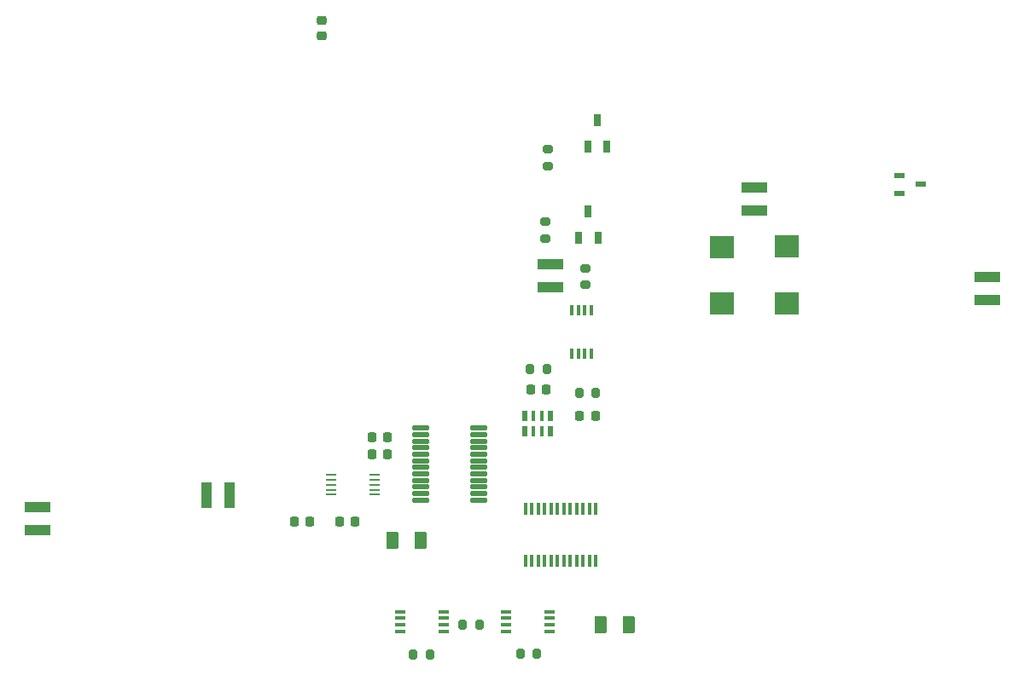
<source format=gbr>
%TF.GenerationSoftware,KiCad,Pcbnew,(6.0.9)*%
%TF.CreationDate,2022-12-07T15:22:28-05:00*%
%TF.ProjectId,Sensors,53656e73-6f72-4732-9e6b-696361645f70,rev?*%
%TF.SameCoordinates,Original*%
%TF.FileFunction,Paste,Top*%
%TF.FilePolarity,Positive*%
%FSLAX46Y46*%
G04 Gerber Fmt 4.6, Leading zero omitted, Abs format (unit mm)*
G04 Created by KiCad (PCBNEW (6.0.9)) date 2022-12-07 15:22:28*
%MOMM*%
%LPD*%
G01*
G04 APERTURE LIST*
G04 Aperture macros list*
%AMRoundRect*
0 Rectangle with rounded corners*
0 $1 Rounding radius*
0 $2 $3 $4 $5 $6 $7 $8 $9 X,Y pos of 4 corners*
0 Add a 4 corners polygon primitive as box body*
4,1,4,$2,$3,$4,$5,$6,$7,$8,$9,$2,$3,0*
0 Add four circle primitives for the rounded corners*
1,1,$1+$1,$2,$3*
1,1,$1+$1,$4,$5*
1,1,$1+$1,$6,$7*
1,1,$1+$1,$8,$9*
0 Add four rect primitives between the rounded corners*
20,1,$1+$1,$2,$3,$4,$5,0*
20,1,$1+$1,$4,$5,$6,$7,0*
20,1,$1+$1,$6,$7,$8,$9,0*
20,1,$1+$1,$8,$9,$2,$3,0*%
G04 Aperture macros list end*
%ADD10RoundRect,0.225000X-0.225000X-0.250000X0.225000X-0.250000X0.225000X0.250000X-0.225000X0.250000X0*%
%ADD11RoundRect,0.200000X-0.200000X-0.275000X0.200000X-0.275000X0.200000X0.275000X-0.200000X0.275000X0*%
%ADD12R,0.400000X1.100000*%
%ADD13RoundRect,0.218750X-0.256250X0.218750X-0.256250X-0.218750X0.256250X-0.218750X0.256250X0.218750X0*%
%ADD14R,2.590800X1.003300*%
%ADD15R,2.489200X2.260600*%
%ADD16RoundRect,0.020500X0.764500X0.184500X-0.764500X0.184500X-0.764500X-0.184500X0.764500X-0.184500X0*%
%ADD17RoundRect,0.225000X0.225000X0.250000X-0.225000X0.250000X-0.225000X-0.250000X0.225000X-0.250000X0*%
%ADD18R,0.650000X1.220000*%
%ADD19RoundRect,0.200000X0.275000X-0.200000X0.275000X0.200000X-0.275000X0.200000X-0.275000X-0.200000X0*%
%ADD20RoundRect,0.250000X0.375000X0.625000X-0.375000X0.625000X-0.375000X-0.625000X0.375000X-0.625000X0*%
%ADD21R,0.400000X1.200000*%
%ADD22RoundRect,0.250000X-0.375000X-0.625000X0.375000X-0.625000X0.375000X0.625000X-0.375000X0.625000X0*%
%ADD23R,1.100000X0.400000*%
%ADD24RoundRect,0.200000X-0.275000X0.200000X-0.275000X-0.200000X0.275000X-0.200000X0.275000X0.200000X0*%
%ADD25R,1.090000X0.610000*%
%ADD26R,0.590000X1.000000*%
%ADD27R,0.390000X1.000000*%
%ADD28R,1.100000X0.250000*%
%ADD29R,1.003300X2.590800*%
G04 APERTURE END LIST*
D10*
%TO.C,C17*%
X165976000Y-101854000D03*
X167526000Y-101854000D03*
%TD*%
D11*
%TO.C,R13*%
X154343600Y-122555000D03*
X155993600Y-122555000D03*
%TD*%
D12*
%TO.C,U8*%
X165179000Y-95624400D03*
X165829000Y-95624400D03*
X166479000Y-95624400D03*
X167129000Y-95624400D03*
X167129000Y-91324400D03*
X166479000Y-91324400D03*
X165829000Y-91324400D03*
X165179000Y-91324400D03*
%TD*%
D13*
%TO.C,D1*%
X140411200Y-64084300D03*
X140411200Y-62509300D03*
%TD*%
D14*
%TO.C,L1*%
X112166400Y-113214150D03*
X112166400Y-110915450D03*
%TD*%
D10*
%TO.C,C20*%
X161099200Y-99187000D03*
X162649200Y-99187000D03*
%TD*%
D15*
%TO.C,C18*%
X180047800Y-90680400D03*
X180047800Y-85041600D03*
%TD*%
D10*
%TO.C,C11*%
X142163400Y-112372000D03*
X143713400Y-112372000D03*
%TD*%
D14*
%TO.C,L5*%
X206375000Y-90354150D03*
X206375000Y-88055450D03*
%TD*%
%TO.C,L4*%
X183261000Y-81464150D03*
X183261000Y-79165450D03*
%TD*%
D16*
%TO.C,U2*%
X155918200Y-110201600D03*
X155918200Y-109551600D03*
X155918200Y-108901600D03*
X155918200Y-108251600D03*
X155918200Y-107601600D03*
X155918200Y-106951600D03*
X155918200Y-106301600D03*
X155918200Y-105651600D03*
X155918200Y-105001600D03*
X155918200Y-104351600D03*
X155918200Y-103701600D03*
X155918200Y-103051600D03*
X150178200Y-103051600D03*
X150178200Y-103701600D03*
X150178200Y-104351600D03*
X150178200Y-105001600D03*
X150178200Y-105651600D03*
X150178200Y-106301600D03*
X150178200Y-106951600D03*
X150178200Y-107601600D03*
X150178200Y-108251600D03*
X150178200Y-108901600D03*
X150178200Y-109551600D03*
X150178200Y-110201600D03*
%TD*%
D17*
%TO.C,C16*%
X145325800Y-103936800D03*
X146875800Y-103936800D03*
%TD*%
D14*
%TO.C,L3*%
X163068000Y-89084150D03*
X163068000Y-86785450D03*
%TD*%
D18*
%TO.C,Q1*%
X165864400Y-84167200D03*
X167764400Y-84167200D03*
X166814400Y-81547200D03*
%TD*%
D19*
%TO.C,R1*%
X162547200Y-84190200D03*
X162547200Y-82540200D03*
%TD*%
D20*
%TO.C,D5*%
X150193200Y-114223800D03*
X147393200Y-114223800D03*
%TD*%
D11*
%TO.C,R12*%
X160058600Y-125425200D03*
X161708600Y-125425200D03*
%TD*%
D21*
%TO.C,RN1*%
X167576500Y-111065000D03*
X166941500Y-111065000D03*
X166306500Y-111065000D03*
X165671500Y-111065000D03*
X165036500Y-111065000D03*
X164401500Y-111065000D03*
X163766500Y-111065000D03*
X163131500Y-111065000D03*
X162496500Y-111065000D03*
X161861500Y-111065000D03*
X161226500Y-111065000D03*
X160591500Y-111065000D03*
X160591500Y-116265000D03*
X161226500Y-116265000D03*
X161861500Y-116265000D03*
X162496500Y-116265000D03*
X163131500Y-116265000D03*
X163766500Y-116265000D03*
X164401500Y-116265000D03*
X165036500Y-116265000D03*
X165671500Y-116265000D03*
X166306500Y-116265000D03*
X166941500Y-116265000D03*
X167576500Y-116265000D03*
%TD*%
D11*
%TO.C,R14*%
X149441400Y-125501400D03*
X151091400Y-125501400D03*
%TD*%
D18*
%TO.C,Q2*%
X166766200Y-75071600D03*
X168666200Y-75071600D03*
X167716200Y-72451600D03*
%TD*%
D17*
%TO.C,C14*%
X139217600Y-112372000D03*
X137667600Y-112372000D03*
%TD*%
D22*
%TO.C,F1*%
X168018000Y-122605800D03*
X170818000Y-122605800D03*
%TD*%
D15*
%TO.C,C19*%
X186499400Y-84990800D03*
X186499400Y-90629600D03*
%TD*%
D23*
%TO.C,U6*%
X162969600Y-123223400D03*
X162969600Y-122573400D03*
X162969600Y-121923400D03*
X162969600Y-121273400D03*
X158669600Y-121273400D03*
X158669600Y-121923400D03*
X158669600Y-122573400D03*
X158669600Y-123223400D03*
%TD*%
D11*
%TO.C,R5*%
X165926000Y-99568000D03*
X167576000Y-99568000D03*
%TD*%
D24*
%TO.C,R2*%
X166497000Y-87186000D03*
X166497000Y-88836000D03*
%TD*%
D17*
%TO.C,C15*%
X146875800Y-105664000D03*
X145325800Y-105664000D03*
%TD*%
D23*
%TO.C,U7*%
X152467200Y-123225200D03*
X152467200Y-122575200D03*
X152467200Y-121925200D03*
X152467200Y-121275200D03*
X148167200Y-121275200D03*
X148167200Y-121925200D03*
X148167200Y-122575200D03*
X148167200Y-123225200D03*
%TD*%
D25*
%TO.C,D3*%
X199792000Y-78833600D03*
X197652000Y-77918600D03*
X197652000Y-79748600D03*
%TD*%
D26*
%TO.C,RN2*%
X163098000Y-101831000D03*
D27*
X162198000Y-101831000D03*
X161398000Y-101831000D03*
D26*
X160498000Y-101831000D03*
X160498000Y-103401000D03*
D27*
X161398000Y-103401000D03*
X162198000Y-103401000D03*
D26*
X163098000Y-103401000D03*
%TD*%
D19*
%TO.C,R3*%
X162814000Y-77025000D03*
X162814000Y-75375000D03*
%TD*%
D28*
%TO.C,U3*%
X145596400Y-109663600D03*
X145596400Y-109163600D03*
X145596400Y-108663600D03*
X145596400Y-108163600D03*
X145596400Y-107663600D03*
X141296400Y-107663600D03*
X141296400Y-108163600D03*
X141296400Y-108663600D03*
X141296400Y-109163600D03*
X141296400Y-109663600D03*
%TD*%
D29*
%TO.C,L2*%
X131203700Y-109677200D03*
X128905000Y-109677200D03*
%TD*%
D11*
%TO.C,R4*%
X161049200Y-97155000D03*
X162699200Y-97155000D03*
%TD*%
M02*

</source>
